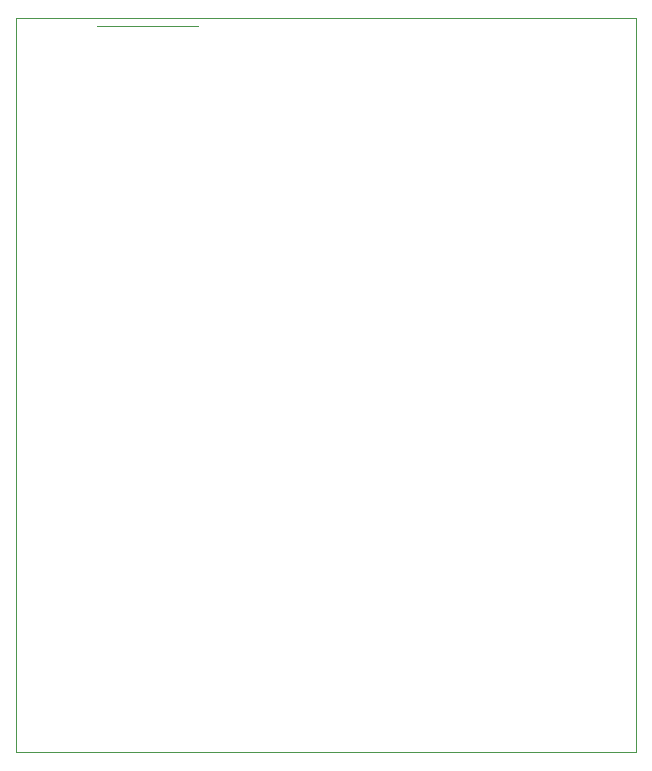
<source format=gbr>
%TF.GenerationSoftware,KiCad,Pcbnew,8.0.4*%
%TF.CreationDate,2024-10-15T15:40:56-05:00*%
%TF.ProjectId,verification_unit,76657269-6669-4636-9174-696f6e5f756e,rev?*%
%TF.SameCoordinates,Original*%
%TF.FileFunction,Profile,NP*%
%FSLAX46Y46*%
G04 Gerber Fmt 4.6, Leading zero omitted, Abs format (unit mm)*
G04 Created by KiCad (PCBNEW 8.0.4) date 2024-10-15 15:40:56*
%MOMM*%
%LPD*%
G01*
G04 APERTURE LIST*
%TA.AperFunction,Profile*%
%ADD10C,0.050000*%
%TD*%
%TA.AperFunction,Profile*%
%ADD11C,0.100000*%
%TD*%
G04 APERTURE END LIST*
D10*
X116220000Y-62630000D02*
X168760000Y-62630000D01*
X168760000Y-124770000D01*
X116220000Y-124770000D01*
X116220000Y-62630000D01*
D11*
%TO.C,J2*%
X131668651Y-63276351D02*
X123068651Y-63276351D01*
%TD*%
M02*

</source>
